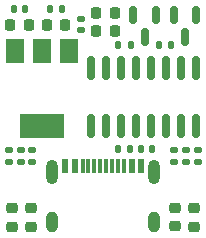
<source format=gbr>
%TF.GenerationSoftware,KiCad,Pcbnew,(6.0.0)*%
%TF.CreationDate,2022-08-06T00:01:33+02:00*%
%TF.ProjectId,bobby-flasher,626f6262-792d-4666-9c61-736865722e6b,rev?*%
%TF.SameCoordinates,Original*%
%TF.FileFunction,Paste,Top*%
%TF.FilePolarity,Positive*%
%FSLAX46Y46*%
G04 Gerber Fmt 4.6, Leading zero omitted, Abs format (unit mm)*
G04 Created by KiCad (PCBNEW (6.0.0)) date 2022-08-06 00:01:33*
%MOMM*%
%LPD*%
G01*
G04 APERTURE LIST*
G04 Aperture macros list*
%AMRoundRect*
0 Rectangle with rounded corners*
0 $1 Rounding radius*
0 $2 $3 $4 $5 $6 $7 $8 $9 X,Y pos of 4 corners*
0 Add a 4 corners polygon primitive as box body*
4,1,4,$2,$3,$4,$5,$6,$7,$8,$9,$2,$3,0*
0 Add four circle primitives for the rounded corners*
1,1,$1+$1,$2,$3*
1,1,$1+$1,$4,$5*
1,1,$1+$1,$6,$7*
1,1,$1+$1,$8,$9*
0 Add four rect primitives between the rounded corners*
20,1,$1+$1,$2,$3,$4,$5,0*
20,1,$1+$1,$4,$5,$6,$7,0*
20,1,$1+$1,$6,$7,$8,$9,0*
20,1,$1+$1,$8,$9,$2,$3,0*%
G04 Aperture macros list end*
%ADD10RoundRect,0.150000X-0.150000X0.587500X-0.150000X-0.587500X0.150000X-0.587500X0.150000X0.587500X0*%
%ADD11RoundRect,0.225000X0.225000X0.250000X-0.225000X0.250000X-0.225000X-0.250000X0.225000X-0.250000X0*%
%ADD12RoundRect,0.135000X-0.185000X0.135000X-0.185000X-0.135000X0.185000X-0.135000X0.185000X0.135000X0*%
%ADD13R,1.500000X2.000000*%
%ADD14R,3.800000X2.000000*%
%ADD15RoundRect,0.140000X-0.140000X-0.170000X0.140000X-0.170000X0.140000X0.170000X-0.140000X0.170000X0*%
%ADD16RoundRect,0.150000X0.150000X-0.825000X0.150000X0.825000X-0.150000X0.825000X-0.150000X-0.825000X0*%
%ADD17RoundRect,0.218750X0.256250X-0.218750X0.256250X0.218750X-0.256250X0.218750X-0.256250X-0.218750X0*%
%ADD18RoundRect,0.225000X-0.225000X-0.250000X0.225000X-0.250000X0.225000X0.250000X-0.225000X0.250000X0*%
%ADD19RoundRect,0.135000X0.135000X0.185000X-0.135000X0.185000X-0.135000X-0.185000X0.135000X-0.185000X0*%
%ADD20O,1.000000X2.100000*%
%ADD21O,1.000000X1.800000*%
%ADD22R,0.600000X1.150000*%
%ADD23R,0.300000X1.150000*%
%ADD24RoundRect,0.140000X-0.170000X0.140000X-0.170000X-0.140000X0.170000X-0.140000X0.170000X0.140000X0*%
%ADD25RoundRect,0.140000X0.140000X0.170000X-0.140000X0.170000X-0.140000X-0.170000X0.140000X-0.170000X0*%
%ADD26RoundRect,0.135000X-0.135000X-0.185000X0.135000X-0.185000X0.135000X0.185000X-0.135000X0.185000X0*%
G04 APERTURE END LIST*
D10*
%TO.C,Q2*%
X7850000Y-62262500D03*
X5950000Y-62262500D03*
X6900000Y-64137500D03*
%TD*%
%TO.C,Q1*%
X4450000Y-62262500D03*
X2550000Y-62262500D03*
X3500000Y-64137500D03*
%TD*%
D11*
%TO.C,C8*%
X975000Y-62100000D03*
X-575000Y-62100000D03*
%TD*%
D12*
%TO.C,R6*%
X-7000000Y-73690000D03*
X-7000000Y-74710000D03*
%TD*%
%TO.C,R2*%
X7000000Y-73690000D03*
X7000000Y-74710000D03*
%TD*%
D13*
%TO.C,U2*%
X-2900000Y-65350000D03*
X-5200000Y-65350000D03*
D14*
X-5200000Y-71650000D03*
D13*
X-7500000Y-65350000D03*
%TD*%
D15*
%TO.C,C3*%
X3170000Y-73600000D03*
X4130000Y-73600000D03*
%TD*%
D16*
%TO.C,U1*%
X-1045000Y-71675000D03*
X225000Y-71675000D03*
X1495000Y-71675000D03*
X2765000Y-71675000D03*
X4035000Y-71675000D03*
X5305000Y-71675000D03*
X6575000Y-71675000D03*
X7845000Y-71675000D03*
X7845000Y-66725000D03*
X6575000Y-66725000D03*
X5305000Y-66725000D03*
X4035000Y-66725000D03*
X2765000Y-66725000D03*
X1495000Y-66725000D03*
X225000Y-66725000D03*
X-1045000Y-66725000D03*
%TD*%
D12*
%TO.C,R8*%
X6000000Y-73690000D03*
X6000000Y-74710000D03*
%TD*%
D17*
%TO.C,D3*%
X6100000Y-80175000D03*
X6100000Y-78600000D03*
%TD*%
D18*
%TO.C,C2*%
X-7875000Y-63100000D03*
X-6325000Y-63100000D03*
%TD*%
D19*
%TO.C,R3*%
X2260000Y-73600000D03*
X1240000Y-73600000D03*
%TD*%
D15*
%TO.C,C1*%
X-7580000Y-61800000D03*
X-6620000Y-61800000D03*
%TD*%
D18*
%TO.C,C5*%
X-4775000Y-63100000D03*
X-3225000Y-63100000D03*
%TD*%
D17*
%TO.C,D1*%
X-6100000Y-80187500D03*
X-6100000Y-78612500D03*
%TD*%
D12*
%TO.C,R9*%
X8000000Y-73690000D03*
X8000000Y-74710000D03*
%TD*%
D20*
%TO.C,USBC1*%
X-4320000Y-75590000D03*
D21*
X-4320000Y-79770000D03*
X4320000Y-79770000D03*
D20*
X4320000Y-75590000D03*
D22*
X-3200000Y-75030000D03*
X-2400000Y-75030000D03*
D23*
X-1250000Y-75030000D03*
X-250000Y-75030000D03*
X250000Y-75030000D03*
X1250000Y-75030000D03*
D22*
X3200000Y-75030000D03*
X2400000Y-75030000D03*
D23*
X1750000Y-75030000D03*
X750000Y-75030000D03*
X-750000Y-75030000D03*
X-1750000Y-75030000D03*
%TD*%
D19*
%TO.C,R5*%
X5720000Y-64800000D03*
X4700000Y-64800000D03*
%TD*%
D24*
%TO.C,C4*%
X-1900000Y-62620000D03*
X-1900000Y-63580000D03*
%TD*%
D17*
%TO.C,D2*%
X-7700000Y-80187500D03*
X-7700000Y-78612500D03*
%TD*%
D18*
%TO.C,C7*%
X975000Y-63600000D03*
X-575000Y-63600000D03*
%TD*%
D25*
%TO.C,C6*%
X-3520000Y-61800000D03*
X-4480000Y-61800000D03*
%TD*%
D26*
%TO.C,R4*%
X1290000Y-64800000D03*
X2310000Y-64800000D03*
%TD*%
D17*
%TO.C,D4*%
X7700000Y-80187500D03*
X7700000Y-78612500D03*
%TD*%
D12*
%TO.C,R7*%
X-8000000Y-73690000D03*
X-8000000Y-74710000D03*
%TD*%
%TO.C,R1*%
X-6000000Y-73690000D03*
X-6000000Y-74710000D03*
%TD*%
M02*

</source>
